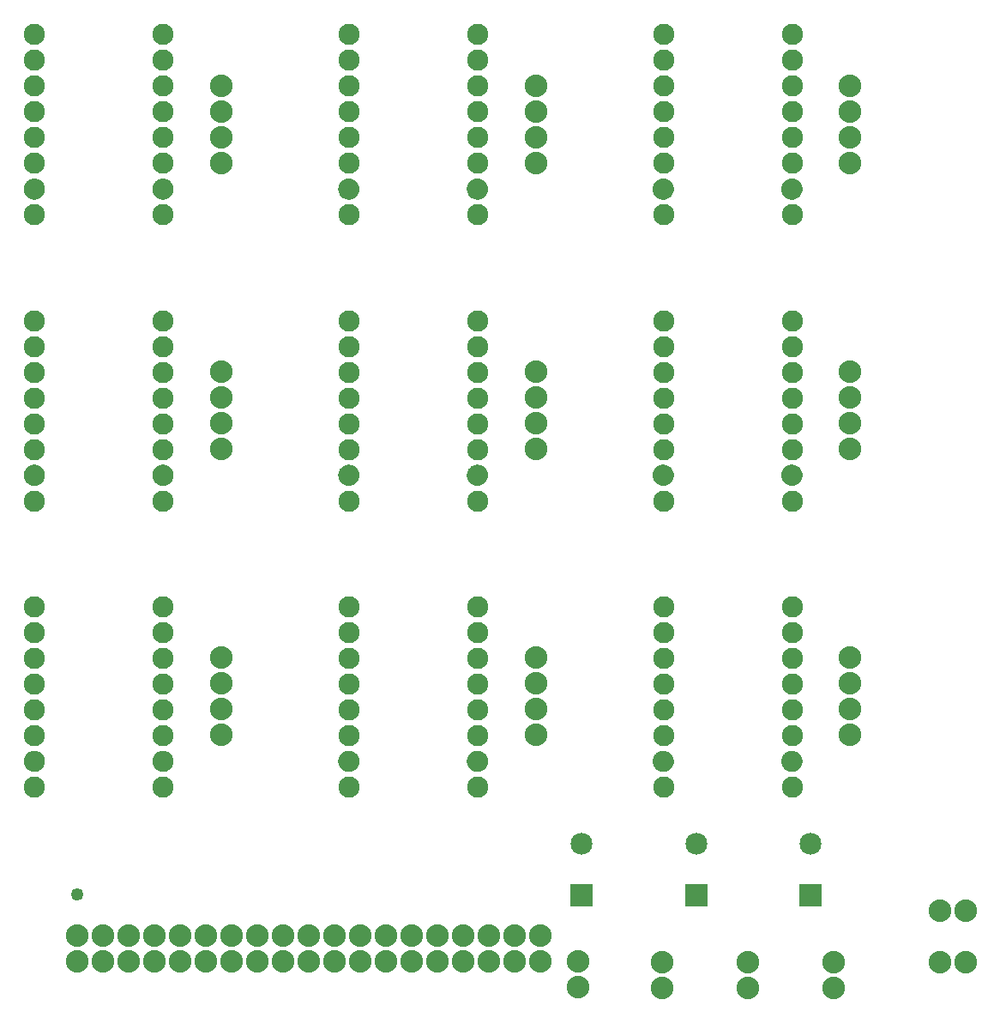
<source format=gbs>
G04 MADE WITH FRITZING*
G04 WWW.FRITZING.ORG*
G04 DOUBLE SIDED*
G04 HOLES PLATED*
G04 CONTOUR ON CENTER OF CONTOUR VECTOR*
%ASAXBY*%
%FSLAX23Y23*%
%MOIN*%
%OFA0B0*%
%SFA1.0B1.0*%
%ADD10C,0.082472*%
%ADD11C,0.082445*%
%ADD12C,0.082417*%
%ADD13C,0.088000*%
%ADD14C,0.085000*%
%ADD15C,0.049370*%
%ADD16R,0.085000X0.085000*%
%ADD17R,0.001000X0.001000*%
%LNMASK0*%
G90*
G70*
G54D10*
X1828Y2036D03*
X1328Y2736D03*
X1328Y2636D03*
X1328Y2536D03*
X1328Y2436D03*
X1328Y2336D03*
G54D11*
X1328Y2236D03*
G54D10*
X1328Y2036D03*
G54D11*
X1828Y2736D03*
G54D12*
X1828Y2636D03*
G54D11*
X1828Y2536D03*
G54D10*
X1828Y2436D03*
G54D11*
X1828Y2336D03*
G54D12*
X1828Y2236D03*
G54D10*
X3051Y2036D03*
X2551Y2736D03*
X2551Y2636D03*
X2551Y2536D03*
X2551Y2436D03*
X2551Y2336D03*
G54D11*
X2551Y2236D03*
G54D10*
X2551Y2036D03*
G54D11*
X3051Y2736D03*
G54D12*
X3051Y2636D03*
G54D11*
X3051Y2536D03*
G54D10*
X3051Y2436D03*
G54D11*
X3051Y2336D03*
G54D12*
X3051Y2236D03*
G54D10*
X3051Y925D03*
X2551Y1625D03*
X2551Y1525D03*
X2551Y1425D03*
X2551Y1325D03*
X2551Y1225D03*
G54D11*
X2551Y1125D03*
G54D10*
X2551Y925D03*
G54D11*
X3051Y1625D03*
G54D12*
X3051Y1525D03*
G54D11*
X3051Y1425D03*
G54D10*
X3051Y1325D03*
G54D11*
X3051Y1225D03*
G54D12*
X3051Y1125D03*
G54D10*
X606Y925D03*
X106Y1625D03*
X106Y1525D03*
X106Y1425D03*
X106Y1325D03*
X106Y1225D03*
G54D11*
X106Y1125D03*
G54D10*
X106Y925D03*
G54D11*
X606Y1625D03*
G54D12*
X606Y1525D03*
G54D11*
X606Y1425D03*
G54D10*
X606Y1325D03*
G54D11*
X606Y1225D03*
G54D12*
X606Y1125D03*
G54D10*
X1828Y925D03*
X1328Y1625D03*
X1328Y1525D03*
X1328Y1425D03*
X1328Y1325D03*
X1328Y1225D03*
G54D11*
X1328Y1125D03*
G54D10*
X1328Y925D03*
G54D11*
X1828Y1625D03*
G54D12*
X1828Y1525D03*
G54D11*
X1828Y1425D03*
G54D10*
X1828Y1325D03*
G54D11*
X1828Y1225D03*
G54D12*
X1828Y1125D03*
G54D10*
X606Y3147D03*
X106Y3847D03*
X106Y3747D03*
X106Y3647D03*
X106Y3547D03*
X106Y3447D03*
G54D11*
X106Y3347D03*
G54D10*
X106Y3147D03*
G54D11*
X606Y3847D03*
G54D12*
X606Y3747D03*
G54D11*
X606Y3647D03*
G54D10*
X606Y3547D03*
G54D11*
X606Y3447D03*
G54D12*
X606Y3347D03*
G54D10*
X606Y2036D03*
X106Y2736D03*
X106Y2636D03*
X106Y2536D03*
X106Y2436D03*
X106Y2336D03*
G54D11*
X106Y2236D03*
G54D10*
X106Y2036D03*
G54D11*
X606Y2736D03*
G54D12*
X606Y2636D03*
G54D11*
X606Y2536D03*
G54D10*
X606Y2436D03*
G54D11*
X606Y2336D03*
G54D12*
X606Y2236D03*
G54D10*
X1828Y3147D03*
X1328Y3847D03*
X1328Y3747D03*
X1328Y3647D03*
X1328Y3547D03*
X1328Y3447D03*
G54D11*
X1328Y3347D03*
G54D10*
X1328Y3147D03*
G54D11*
X1828Y3847D03*
G54D12*
X1828Y3747D03*
G54D11*
X1828Y3647D03*
G54D10*
X1828Y3547D03*
G54D11*
X1828Y3447D03*
G54D12*
X1828Y3347D03*
G54D10*
X3051Y3147D03*
X2551Y3847D03*
X2551Y3747D03*
X2551Y3647D03*
X2551Y3547D03*
X2551Y3447D03*
G54D11*
X2551Y3347D03*
G54D10*
X2551Y3147D03*
G54D11*
X3051Y3847D03*
G54D12*
X3051Y3747D03*
G54D11*
X3051Y3647D03*
G54D10*
X3051Y3547D03*
G54D11*
X3051Y3447D03*
G54D12*
X3051Y3347D03*
G54D13*
X2072Y350D03*
X1972Y350D03*
X1872Y350D03*
X1772Y350D03*
X1672Y350D03*
X1572Y350D03*
X1472Y350D03*
X1372Y350D03*
X1272Y350D03*
X1172Y350D03*
X1072Y350D03*
X972Y350D03*
X872Y350D03*
X772Y350D03*
X672Y350D03*
X572Y350D03*
X472Y350D03*
X372Y350D03*
X272Y350D03*
X2072Y350D03*
X1972Y350D03*
X1872Y350D03*
X1772Y350D03*
X1672Y350D03*
X1572Y350D03*
X1472Y350D03*
X1372Y350D03*
X1272Y350D03*
X1172Y350D03*
X1072Y350D03*
X972Y350D03*
X872Y350D03*
X772Y350D03*
X672Y350D03*
X572Y350D03*
X472Y350D03*
X372Y350D03*
X272Y350D03*
X272Y250D03*
X372Y250D03*
X472Y250D03*
X572Y250D03*
X672Y250D03*
X772Y250D03*
X872Y250D03*
X972Y250D03*
X1072Y250D03*
X1172Y250D03*
X1272Y250D03*
X1372Y250D03*
X1472Y250D03*
X1572Y250D03*
X1672Y250D03*
X1772Y250D03*
X1872Y250D03*
X1972Y250D03*
X2072Y250D03*
X3276Y3649D03*
X3276Y3549D03*
X3276Y3449D03*
X3276Y3349D03*
X831Y3649D03*
X831Y3549D03*
X831Y3449D03*
X831Y3349D03*
X831Y2538D03*
X831Y2438D03*
X831Y2338D03*
X831Y2238D03*
X2054Y3649D03*
X2054Y3549D03*
X2054Y3449D03*
X2054Y3349D03*
X2054Y2538D03*
X2054Y2438D03*
X2054Y2338D03*
X2054Y2238D03*
X2054Y1427D03*
X2054Y1327D03*
X2054Y1227D03*
X2054Y1127D03*
X3276Y1427D03*
X3276Y1327D03*
X3276Y1227D03*
X3276Y1127D03*
X831Y1427D03*
X831Y1327D03*
X831Y1227D03*
X831Y1127D03*
X3276Y2538D03*
X3276Y2438D03*
X3276Y2338D03*
X3276Y2238D03*
X3211Y144D03*
X3211Y244D03*
X2878Y144D03*
X2878Y244D03*
X2217Y150D03*
X2217Y250D03*
X3724Y244D03*
X3624Y244D03*
X3724Y444D03*
X3624Y444D03*
X2544Y144D03*
X2544Y244D03*
G54D14*
X3122Y506D03*
X3122Y706D03*
X2233Y506D03*
X2233Y706D03*
X2678Y506D03*
X2678Y706D03*
G54D15*
X272Y508D03*
G54D16*
X3122Y506D03*
X2233Y506D03*
X2678Y506D03*
G54D17*
X99Y3288D02*
X112Y3288D01*
X599Y3288D02*
X612Y3288D01*
X1321Y3288D02*
X1334Y3288D01*
X1822Y3288D02*
X1834Y3288D01*
X2544Y3288D02*
X2556Y3288D01*
X3044Y3288D02*
X3056Y3288D01*
X95Y3287D02*
X116Y3287D01*
X595Y3287D02*
X616Y3287D01*
X1317Y3287D02*
X1338Y3287D01*
X1817Y3287D02*
X1838Y3287D01*
X2539Y3287D02*
X2560Y3287D01*
X3039Y3287D02*
X3060Y3287D01*
X92Y3286D02*
X119Y3286D01*
X592Y3286D02*
X619Y3286D01*
X1314Y3286D02*
X1342Y3286D01*
X1814Y3286D02*
X1841Y3286D01*
X2536Y3286D02*
X2564Y3286D01*
X3036Y3286D02*
X3063Y3286D01*
X89Y3285D02*
X122Y3285D01*
X589Y3285D02*
X622Y3285D01*
X1311Y3285D02*
X1344Y3285D01*
X1811Y3285D02*
X1844Y3285D01*
X2533Y3285D02*
X2566Y3285D01*
X3033Y3285D02*
X3066Y3285D01*
X87Y3284D02*
X124Y3284D01*
X587Y3284D02*
X624Y3284D01*
X1309Y3284D02*
X1346Y3284D01*
X1809Y3284D02*
X1846Y3284D01*
X2531Y3284D02*
X2568Y3284D01*
X3031Y3284D02*
X3068Y3284D01*
X85Y3283D02*
X126Y3283D01*
X585Y3283D02*
X626Y3283D01*
X1307Y3283D02*
X1348Y3283D01*
X1807Y3283D02*
X1848Y3283D01*
X2530Y3283D02*
X2570Y3283D01*
X3029Y3283D02*
X3070Y3283D01*
X84Y3282D02*
X127Y3282D01*
X584Y3282D02*
X627Y3282D01*
X1306Y3282D02*
X1349Y3282D01*
X1806Y3282D02*
X1849Y3282D01*
X2528Y3282D02*
X2571Y3282D01*
X3028Y3282D02*
X3071Y3282D01*
X82Y3281D02*
X129Y3281D01*
X582Y3281D02*
X629Y3281D01*
X1304Y3281D02*
X1351Y3281D01*
X1804Y3281D02*
X1851Y3281D01*
X2526Y3281D02*
X2573Y3281D01*
X3026Y3281D02*
X3073Y3281D01*
X81Y3280D02*
X130Y3280D01*
X581Y3280D02*
X630Y3280D01*
X1303Y3280D02*
X1352Y3280D01*
X1803Y3280D02*
X1852Y3280D01*
X2525Y3280D02*
X2574Y3280D01*
X3025Y3280D02*
X3074Y3280D01*
X80Y3279D02*
X132Y3279D01*
X580Y3279D02*
X631Y3279D01*
X1302Y3279D02*
X1354Y3279D01*
X1802Y3279D02*
X1854Y3279D01*
X2524Y3279D02*
X2576Y3279D01*
X3024Y3279D02*
X3076Y3279D01*
X79Y3278D02*
X133Y3278D01*
X578Y3278D02*
X633Y3278D01*
X1301Y3278D02*
X1355Y3278D01*
X1801Y3278D02*
X1855Y3278D01*
X2523Y3278D02*
X2577Y3278D01*
X3023Y3278D02*
X3077Y3278D01*
X77Y3277D02*
X134Y3277D01*
X577Y3277D02*
X634Y3277D01*
X1299Y3277D02*
X1356Y3277D01*
X1799Y3277D02*
X1856Y3277D01*
X2521Y3277D02*
X2578Y3277D01*
X3021Y3277D02*
X3078Y3277D01*
X76Y3276D02*
X135Y3276D01*
X576Y3276D02*
X635Y3276D01*
X1298Y3276D02*
X1357Y3276D01*
X1798Y3276D02*
X1857Y3276D01*
X2521Y3276D02*
X2579Y3276D01*
X3020Y3276D02*
X3079Y3276D01*
X76Y3275D02*
X136Y3275D01*
X575Y3275D02*
X636Y3275D01*
X1298Y3275D02*
X1358Y3275D01*
X1798Y3275D02*
X1858Y3275D01*
X2520Y3275D02*
X2580Y3275D01*
X3020Y3275D02*
X3080Y3275D01*
X75Y3274D02*
X137Y3274D01*
X575Y3274D02*
X636Y3274D01*
X1297Y3274D02*
X1359Y3274D01*
X1797Y3274D02*
X1859Y3274D01*
X2519Y3274D02*
X2581Y3274D01*
X3019Y3274D02*
X3081Y3274D01*
X74Y3273D02*
X137Y3273D01*
X574Y3273D02*
X637Y3273D01*
X1296Y3273D02*
X1359Y3273D01*
X1796Y3273D02*
X1859Y3273D01*
X2518Y3273D02*
X2581Y3273D01*
X3018Y3273D02*
X3081Y3273D01*
X73Y3272D02*
X138Y3272D01*
X573Y3272D02*
X638Y3272D01*
X1295Y3272D02*
X1360Y3272D01*
X1795Y3272D02*
X1860Y3272D01*
X2517Y3272D02*
X2582Y3272D01*
X3017Y3272D02*
X3082Y3272D01*
X72Y3271D02*
X139Y3271D01*
X572Y3271D02*
X639Y3271D01*
X1294Y3271D02*
X1361Y3271D01*
X1794Y3271D02*
X1861Y3271D01*
X2516Y3271D02*
X2583Y3271D01*
X3016Y3271D02*
X3083Y3271D01*
X72Y3270D02*
X140Y3270D01*
X572Y3270D02*
X639Y3270D01*
X1294Y3270D02*
X1362Y3270D01*
X1794Y3270D02*
X1861Y3270D01*
X2516Y3270D02*
X2584Y3270D01*
X3016Y3270D02*
X3084Y3270D01*
X71Y3269D02*
X140Y3269D01*
X571Y3269D02*
X640Y3269D01*
X1293Y3269D02*
X1362Y3269D01*
X1793Y3269D02*
X1862Y3269D01*
X2515Y3269D02*
X2584Y3269D01*
X3015Y3269D02*
X3084Y3269D01*
X70Y3268D02*
X141Y3268D01*
X570Y3268D02*
X641Y3268D01*
X1293Y3268D02*
X1363Y3268D01*
X1792Y3268D02*
X1863Y3268D01*
X2515Y3268D02*
X2585Y3268D01*
X3014Y3268D02*
X3085Y3268D01*
X70Y3267D02*
X141Y3267D01*
X570Y3267D02*
X641Y3267D01*
X1292Y3267D02*
X1363Y3267D01*
X1792Y3267D02*
X1863Y3267D01*
X2514Y3267D02*
X2585Y3267D01*
X3014Y3267D02*
X3085Y3267D01*
X69Y3266D02*
X142Y3266D01*
X569Y3266D02*
X642Y3266D01*
X1291Y3266D02*
X1364Y3266D01*
X1791Y3266D02*
X1864Y3266D01*
X2513Y3266D02*
X2586Y3266D01*
X3013Y3266D02*
X3086Y3266D01*
X69Y3265D02*
X142Y3265D01*
X569Y3265D02*
X642Y3265D01*
X1291Y3265D02*
X1364Y3265D01*
X1791Y3265D02*
X1864Y3265D01*
X2513Y3265D02*
X2586Y3265D01*
X3013Y3265D02*
X3086Y3265D01*
X68Y3264D02*
X143Y3264D01*
X568Y3264D02*
X643Y3264D01*
X1290Y3264D02*
X1365Y3264D01*
X1790Y3264D02*
X1865Y3264D01*
X2512Y3264D02*
X2587Y3264D01*
X3012Y3264D02*
X3087Y3264D01*
X68Y3263D02*
X143Y3263D01*
X568Y3263D02*
X643Y3263D01*
X1290Y3263D02*
X1365Y3263D01*
X1790Y3263D02*
X1865Y3263D01*
X2512Y3263D02*
X2587Y3263D01*
X3012Y3263D02*
X3087Y3263D01*
X68Y3262D02*
X144Y3262D01*
X568Y3262D02*
X644Y3262D01*
X1290Y3262D02*
X1366Y3262D01*
X1790Y3262D02*
X1866Y3262D01*
X2512Y3262D02*
X2588Y3262D01*
X3012Y3262D02*
X3088Y3262D01*
X67Y3261D02*
X144Y3261D01*
X567Y3261D02*
X644Y3261D01*
X1289Y3261D02*
X1366Y3261D01*
X1789Y3261D02*
X1866Y3261D01*
X2511Y3261D02*
X2588Y3261D01*
X3011Y3261D02*
X3088Y3261D01*
X67Y3260D02*
X144Y3260D01*
X567Y3260D02*
X644Y3260D01*
X1289Y3260D02*
X1366Y3260D01*
X1789Y3260D02*
X1866Y3260D01*
X2511Y3260D02*
X2588Y3260D01*
X3011Y3260D02*
X3088Y3260D01*
X67Y3259D02*
X145Y3259D01*
X567Y3259D02*
X645Y3259D01*
X1289Y3259D02*
X1367Y3259D01*
X1789Y3259D02*
X1867Y3259D01*
X2511Y3259D02*
X2589Y3259D01*
X3011Y3259D02*
X3089Y3259D01*
X66Y3258D02*
X145Y3258D01*
X566Y3258D02*
X645Y3258D01*
X1288Y3258D02*
X1367Y3258D01*
X1788Y3258D02*
X1867Y3258D01*
X2510Y3258D02*
X2589Y3258D01*
X3010Y3258D02*
X3089Y3258D01*
X66Y3257D02*
X145Y3257D01*
X566Y3257D02*
X645Y3257D01*
X1288Y3257D02*
X1367Y3257D01*
X1788Y3257D02*
X1867Y3257D01*
X2510Y3257D02*
X2589Y3257D01*
X3010Y3257D02*
X3089Y3257D01*
X66Y3256D02*
X145Y3256D01*
X566Y3256D02*
X645Y3256D01*
X1288Y3256D02*
X1367Y3256D01*
X1788Y3256D02*
X1867Y3256D01*
X2510Y3256D02*
X2589Y3256D01*
X3010Y3256D02*
X3089Y3256D01*
X66Y3255D02*
X146Y3255D01*
X566Y3255D02*
X645Y3255D01*
X1288Y3255D02*
X1368Y3255D01*
X1788Y3255D02*
X1868Y3255D01*
X2510Y3255D02*
X2590Y3255D01*
X3010Y3255D02*
X3090Y3255D01*
X66Y3254D02*
X146Y3254D01*
X565Y3254D02*
X646Y3254D01*
X1288Y3254D02*
X1368Y3254D01*
X1787Y3254D02*
X1868Y3254D01*
X2510Y3254D02*
X2590Y3254D01*
X3010Y3254D02*
X3090Y3254D01*
X65Y3253D02*
X146Y3253D01*
X565Y3253D02*
X646Y3253D01*
X1287Y3253D02*
X1368Y3253D01*
X1787Y3253D02*
X1868Y3253D01*
X2509Y3253D02*
X2590Y3253D01*
X3009Y3253D02*
X3090Y3253D01*
X65Y3252D02*
X146Y3252D01*
X565Y3252D02*
X646Y3252D01*
X1287Y3252D02*
X1368Y3252D01*
X1787Y3252D02*
X1868Y3252D01*
X2509Y3252D02*
X2590Y3252D01*
X3009Y3252D02*
X3090Y3252D01*
X65Y3251D02*
X146Y3251D01*
X565Y3251D02*
X646Y3251D01*
X1287Y3251D02*
X1368Y3251D01*
X1787Y3251D02*
X1868Y3251D01*
X2509Y3251D02*
X2590Y3251D01*
X3009Y3251D02*
X3090Y3251D01*
X65Y3250D02*
X146Y3250D01*
X565Y3250D02*
X646Y3250D01*
X1287Y3250D02*
X1368Y3250D01*
X1787Y3250D02*
X1868Y3250D01*
X2509Y3250D02*
X2590Y3250D01*
X3009Y3250D02*
X3090Y3250D01*
X65Y3249D02*
X146Y3249D01*
X565Y3249D02*
X646Y3249D01*
X1287Y3249D02*
X1368Y3249D01*
X1787Y3249D02*
X1868Y3249D01*
X2509Y3249D02*
X2590Y3249D01*
X3009Y3249D02*
X3090Y3249D01*
X65Y3248D02*
X146Y3248D01*
X565Y3248D02*
X646Y3248D01*
X1287Y3248D02*
X1368Y3248D01*
X1787Y3248D02*
X1868Y3248D01*
X2509Y3248D02*
X2590Y3248D01*
X3009Y3248D02*
X3090Y3248D01*
X65Y3247D02*
X146Y3247D01*
X565Y3247D02*
X646Y3247D01*
X1287Y3247D02*
X1368Y3247D01*
X1787Y3247D02*
X1868Y3247D01*
X2509Y3247D02*
X2590Y3247D01*
X3009Y3247D02*
X3090Y3247D01*
X65Y3246D02*
X146Y3246D01*
X565Y3246D02*
X646Y3246D01*
X1287Y3246D02*
X1368Y3246D01*
X1787Y3246D02*
X1868Y3246D01*
X2509Y3246D02*
X2590Y3246D01*
X3009Y3246D02*
X3090Y3246D01*
X65Y3245D02*
X146Y3245D01*
X565Y3245D02*
X646Y3245D01*
X1287Y3245D02*
X1368Y3245D01*
X1787Y3245D02*
X1868Y3245D01*
X2509Y3245D02*
X2590Y3245D01*
X3009Y3245D02*
X3090Y3245D01*
X65Y3244D02*
X146Y3244D01*
X565Y3244D02*
X646Y3244D01*
X1287Y3244D02*
X1368Y3244D01*
X1787Y3244D02*
X1868Y3244D01*
X2509Y3244D02*
X2590Y3244D01*
X3009Y3244D02*
X3090Y3244D01*
X65Y3243D02*
X146Y3243D01*
X565Y3243D02*
X646Y3243D01*
X1287Y3243D02*
X1368Y3243D01*
X1787Y3243D02*
X1868Y3243D01*
X2509Y3243D02*
X2590Y3243D01*
X3009Y3243D02*
X3090Y3243D01*
X65Y3242D02*
X146Y3242D01*
X565Y3242D02*
X646Y3242D01*
X1287Y3242D02*
X1368Y3242D01*
X1787Y3242D02*
X1868Y3242D01*
X2509Y3242D02*
X2590Y3242D01*
X3009Y3242D02*
X3090Y3242D01*
X65Y3241D02*
X146Y3241D01*
X565Y3241D02*
X646Y3241D01*
X1288Y3241D02*
X1368Y3241D01*
X1787Y3241D02*
X1868Y3241D01*
X2510Y3241D02*
X2590Y3241D01*
X3010Y3241D02*
X3090Y3241D01*
X66Y3240D02*
X146Y3240D01*
X566Y3240D02*
X646Y3240D01*
X1288Y3240D02*
X1368Y3240D01*
X1788Y3240D02*
X1868Y3240D01*
X2510Y3240D02*
X2590Y3240D01*
X3010Y3240D02*
X3090Y3240D01*
X66Y3239D02*
X145Y3239D01*
X566Y3239D02*
X645Y3239D01*
X1288Y3239D02*
X1367Y3239D01*
X1788Y3239D02*
X1867Y3239D01*
X2510Y3239D02*
X2589Y3239D01*
X3010Y3239D02*
X3089Y3239D01*
X66Y3238D02*
X145Y3238D01*
X566Y3238D02*
X645Y3238D01*
X1288Y3238D02*
X1367Y3238D01*
X1788Y3238D02*
X1867Y3238D01*
X2510Y3238D02*
X2589Y3238D01*
X3010Y3238D02*
X3089Y3238D01*
X66Y3237D02*
X145Y3237D01*
X566Y3237D02*
X645Y3237D01*
X1288Y3237D02*
X1367Y3237D01*
X1788Y3237D02*
X1867Y3237D01*
X2510Y3237D02*
X2589Y3237D01*
X3010Y3237D02*
X3089Y3237D01*
X67Y3236D02*
X145Y3236D01*
X567Y3236D02*
X645Y3236D01*
X1289Y3236D02*
X1367Y3236D01*
X1789Y3236D02*
X1867Y3236D01*
X2511Y3236D02*
X2589Y3236D01*
X3011Y3236D02*
X3089Y3236D01*
X67Y3235D02*
X144Y3235D01*
X567Y3235D02*
X644Y3235D01*
X1289Y3235D02*
X1366Y3235D01*
X1789Y3235D02*
X1866Y3235D01*
X2511Y3235D02*
X2588Y3235D01*
X3011Y3235D02*
X3088Y3235D01*
X67Y3234D02*
X144Y3234D01*
X567Y3234D02*
X644Y3234D01*
X1289Y3234D02*
X1366Y3234D01*
X1789Y3234D02*
X1866Y3234D01*
X2511Y3234D02*
X2588Y3234D01*
X3011Y3234D02*
X3088Y3234D01*
X68Y3233D02*
X144Y3233D01*
X567Y3233D02*
X644Y3233D01*
X1290Y3233D02*
X1366Y3233D01*
X1790Y3233D02*
X1866Y3233D01*
X2512Y3233D02*
X2588Y3233D01*
X3012Y3233D02*
X3088Y3233D01*
X68Y3232D02*
X143Y3232D01*
X568Y3232D02*
X643Y3232D01*
X1290Y3232D02*
X1365Y3232D01*
X1790Y3232D02*
X1865Y3232D01*
X2512Y3232D02*
X2587Y3232D01*
X3012Y3232D02*
X3087Y3232D01*
X68Y3231D02*
X143Y3231D01*
X568Y3231D02*
X643Y3231D01*
X1290Y3231D02*
X1365Y3231D01*
X1790Y3231D02*
X1865Y3231D01*
X2512Y3231D02*
X2587Y3231D01*
X3012Y3231D02*
X3087Y3231D01*
X69Y3230D02*
X142Y3230D01*
X569Y3230D02*
X642Y3230D01*
X1291Y3230D02*
X1364Y3230D01*
X1791Y3230D02*
X1864Y3230D01*
X2513Y3230D02*
X2586Y3230D01*
X3013Y3230D02*
X3086Y3230D01*
X69Y3229D02*
X142Y3229D01*
X569Y3229D02*
X642Y3229D01*
X1291Y3229D02*
X1364Y3229D01*
X1791Y3229D02*
X1864Y3229D01*
X2513Y3229D02*
X2586Y3229D01*
X3013Y3229D02*
X3086Y3229D01*
X70Y3228D02*
X141Y3228D01*
X570Y3228D02*
X641Y3228D01*
X1292Y3228D02*
X1363Y3228D01*
X1792Y3228D02*
X1863Y3228D01*
X2514Y3228D02*
X2586Y3228D01*
X3014Y3228D02*
X3085Y3228D01*
X70Y3227D02*
X141Y3227D01*
X570Y3227D02*
X641Y3227D01*
X1292Y3227D02*
X1363Y3227D01*
X1792Y3227D02*
X1863Y3227D01*
X2514Y3227D02*
X2585Y3227D01*
X3014Y3227D02*
X3085Y3227D01*
X71Y3226D02*
X140Y3226D01*
X571Y3226D02*
X640Y3226D01*
X1293Y3226D02*
X1362Y3226D01*
X1793Y3226D02*
X1862Y3226D01*
X2515Y3226D02*
X2584Y3226D01*
X3015Y3226D02*
X3084Y3226D01*
X72Y3225D02*
X140Y3225D01*
X572Y3225D02*
X640Y3225D01*
X1294Y3225D02*
X1362Y3225D01*
X1794Y3225D02*
X1862Y3225D01*
X2516Y3225D02*
X2584Y3225D01*
X3016Y3225D02*
X3084Y3225D01*
X72Y3224D02*
X139Y3224D01*
X572Y3224D02*
X639Y3224D01*
X1294Y3224D02*
X1361Y3224D01*
X1794Y3224D02*
X1861Y3224D01*
X2516Y3224D02*
X2583Y3224D01*
X3016Y3224D02*
X3083Y3224D01*
X73Y3223D02*
X138Y3223D01*
X573Y3223D02*
X638Y3223D01*
X1295Y3223D02*
X1360Y3223D01*
X1795Y3223D02*
X1860Y3223D01*
X2517Y3223D02*
X2582Y3223D01*
X3017Y3223D02*
X3082Y3223D01*
X74Y3222D02*
X137Y3222D01*
X574Y3222D02*
X637Y3222D01*
X1296Y3222D02*
X1360Y3222D01*
X1796Y3222D02*
X1859Y3222D01*
X2518Y3222D02*
X2582Y3222D01*
X3018Y3222D02*
X3081Y3222D01*
X75Y3221D02*
X137Y3221D01*
X574Y3221D02*
X637Y3221D01*
X1297Y3221D02*
X1359Y3221D01*
X1797Y3221D02*
X1859Y3221D01*
X2519Y3221D02*
X2581Y3221D01*
X3019Y3221D02*
X3081Y3221D01*
X75Y3220D02*
X136Y3220D01*
X575Y3220D02*
X636Y3220D01*
X1297Y3220D02*
X1358Y3220D01*
X1797Y3220D02*
X1858Y3220D01*
X2519Y3220D02*
X2580Y3220D01*
X3019Y3220D02*
X3080Y3220D01*
X76Y3219D02*
X135Y3219D01*
X576Y3219D02*
X635Y3219D01*
X1298Y3219D02*
X1357Y3219D01*
X1798Y3219D02*
X1857Y3219D01*
X2520Y3219D02*
X2579Y3219D01*
X3020Y3219D02*
X3079Y3219D01*
X77Y3218D02*
X134Y3218D01*
X577Y3218D02*
X634Y3218D01*
X1299Y3218D02*
X1356Y3218D01*
X1799Y3218D02*
X1856Y3218D01*
X2521Y3218D02*
X2578Y3218D01*
X3021Y3218D02*
X3078Y3218D01*
X78Y3217D02*
X133Y3217D01*
X578Y3217D02*
X633Y3217D01*
X1300Y3217D02*
X1355Y3217D01*
X1800Y3217D02*
X1855Y3217D01*
X2522Y3217D02*
X2577Y3217D01*
X3022Y3217D02*
X3077Y3217D01*
X80Y3216D02*
X132Y3216D01*
X579Y3216D02*
X632Y3216D01*
X1302Y3216D02*
X1354Y3216D01*
X1802Y3216D02*
X1854Y3216D01*
X2524Y3216D02*
X2576Y3216D01*
X3024Y3216D02*
X3076Y3216D01*
X81Y3215D02*
X130Y3215D01*
X581Y3215D02*
X630Y3215D01*
X1303Y3215D02*
X1352Y3215D01*
X1803Y3215D02*
X1852Y3215D01*
X2525Y3215D02*
X2575Y3215D01*
X3025Y3215D02*
X3074Y3215D01*
X82Y3214D02*
X129Y3214D01*
X582Y3214D02*
X629Y3214D01*
X1304Y3214D02*
X1351Y3214D01*
X1804Y3214D02*
X1851Y3214D01*
X2526Y3214D02*
X2573Y3214D01*
X3026Y3214D02*
X3073Y3214D01*
X84Y3213D02*
X128Y3213D01*
X584Y3213D02*
X628Y3213D01*
X1306Y3213D02*
X1350Y3213D01*
X1806Y3213D02*
X1850Y3213D01*
X2528Y3213D02*
X2572Y3213D01*
X3028Y3213D02*
X3072Y3213D01*
X85Y3212D02*
X126Y3212D01*
X585Y3212D02*
X626Y3212D01*
X1307Y3212D02*
X1348Y3212D01*
X1807Y3212D02*
X1848Y3212D01*
X2529Y3212D02*
X2570Y3212D01*
X3029Y3212D02*
X3070Y3212D01*
X87Y3211D02*
X124Y3211D01*
X587Y3211D02*
X624Y3211D01*
X1309Y3211D02*
X1346Y3211D01*
X1809Y3211D02*
X1846Y3211D01*
X2531Y3211D02*
X2568Y3211D01*
X3031Y3211D02*
X3068Y3211D01*
X89Y3210D02*
X122Y3210D01*
X589Y3210D02*
X622Y3210D01*
X1311Y3210D02*
X1344Y3210D01*
X1811Y3210D02*
X1844Y3210D01*
X2533Y3210D02*
X2566Y3210D01*
X3033Y3210D02*
X3066Y3210D01*
X91Y3209D02*
X120Y3209D01*
X591Y3209D02*
X620Y3209D01*
X1313Y3209D02*
X1342Y3209D01*
X1813Y3209D02*
X1842Y3209D01*
X2535Y3209D02*
X2564Y3209D01*
X3035Y3209D02*
X3064Y3209D01*
X94Y3208D02*
X117Y3208D01*
X594Y3208D02*
X617Y3208D01*
X1316Y3208D02*
X1339Y3208D01*
X1816Y3208D02*
X1839Y3208D01*
X2538Y3208D02*
X2561Y3208D01*
X3038Y3208D02*
X3061Y3208D01*
X98Y3207D02*
X113Y3207D01*
X598Y3207D02*
X613Y3207D01*
X1321Y3207D02*
X1335Y3207D01*
X1821Y3207D02*
X1835Y3207D01*
X2543Y3207D02*
X2557Y3207D01*
X3043Y3207D02*
X3057Y3207D01*
X100Y2177D02*
X111Y2177D01*
X600Y2177D02*
X611Y2177D01*
X1322Y2177D02*
X1333Y2177D01*
X1822Y2177D02*
X1833Y2177D01*
X2544Y2177D02*
X2555Y2177D01*
X3044Y2177D02*
X3055Y2177D01*
X95Y2176D02*
X116Y2176D01*
X595Y2176D02*
X616Y2176D01*
X1317Y2176D02*
X1338Y2176D01*
X1817Y2176D02*
X1838Y2176D01*
X2539Y2176D02*
X2560Y2176D01*
X3039Y2176D02*
X3060Y2176D01*
X92Y2175D02*
X119Y2175D01*
X592Y2175D02*
X619Y2175D01*
X1314Y2175D02*
X1341Y2175D01*
X1814Y2175D02*
X1841Y2175D01*
X2536Y2175D02*
X2563Y2175D01*
X3036Y2175D02*
X3063Y2175D01*
X89Y2174D02*
X122Y2174D01*
X589Y2174D02*
X622Y2174D01*
X1311Y2174D02*
X1344Y2174D01*
X1811Y2174D02*
X1844Y2174D01*
X2534Y2174D02*
X2566Y2174D01*
X3033Y2174D02*
X3066Y2174D01*
X87Y2173D02*
X124Y2173D01*
X587Y2173D02*
X624Y2173D01*
X1309Y2173D02*
X1346Y2173D01*
X1809Y2173D02*
X1846Y2173D01*
X2531Y2173D02*
X2568Y2173D01*
X3031Y2173D02*
X3068Y2173D01*
X86Y2172D02*
X126Y2172D01*
X586Y2172D02*
X625Y2172D01*
X1308Y2172D02*
X1348Y2172D01*
X1808Y2172D02*
X1848Y2172D01*
X2530Y2172D02*
X2570Y2172D01*
X3030Y2172D02*
X3070Y2172D01*
X84Y2171D02*
X127Y2171D01*
X584Y2171D02*
X627Y2171D01*
X1306Y2171D02*
X1349Y2171D01*
X1806Y2171D02*
X1849Y2171D01*
X2528Y2171D02*
X2571Y2171D01*
X3028Y2171D02*
X3071Y2171D01*
X82Y2170D02*
X129Y2170D01*
X582Y2170D02*
X629Y2170D01*
X1305Y2170D02*
X1351Y2170D01*
X1804Y2170D02*
X1851Y2170D01*
X2527Y2170D02*
X2573Y2170D01*
X3027Y2170D02*
X3073Y2170D01*
X81Y2169D02*
X130Y2169D01*
X581Y2169D02*
X630Y2169D01*
X1303Y2169D02*
X1352Y2169D01*
X1803Y2169D02*
X1852Y2169D01*
X2525Y2169D02*
X2574Y2169D01*
X3025Y2169D02*
X3074Y2169D01*
X80Y2168D02*
X131Y2168D01*
X580Y2168D02*
X631Y2168D01*
X1302Y2168D02*
X1353Y2168D01*
X1802Y2168D02*
X1853Y2168D01*
X2524Y2168D02*
X2575Y2168D01*
X3024Y2168D02*
X3075Y2168D01*
X79Y2167D02*
X133Y2167D01*
X579Y2167D02*
X632Y2167D01*
X1301Y2167D02*
X1355Y2167D01*
X1801Y2167D02*
X1854Y2167D01*
X2523Y2167D02*
X2577Y2167D01*
X3023Y2167D02*
X3077Y2167D01*
X78Y2166D02*
X134Y2166D01*
X577Y2166D02*
X634Y2166D01*
X1300Y2166D02*
X1356Y2166D01*
X1800Y2166D02*
X1856Y2166D01*
X2522Y2166D02*
X2578Y2166D01*
X3022Y2166D02*
X3078Y2166D01*
X77Y2165D02*
X135Y2165D01*
X576Y2165D02*
X635Y2165D01*
X1299Y2165D02*
X1357Y2165D01*
X1798Y2165D02*
X1857Y2165D01*
X2521Y2165D02*
X2579Y2165D01*
X3021Y2165D02*
X3079Y2165D01*
X76Y2164D02*
X136Y2164D01*
X576Y2164D02*
X635Y2164D01*
X1298Y2164D02*
X1358Y2164D01*
X1798Y2164D02*
X1858Y2164D01*
X2520Y2164D02*
X2580Y2164D01*
X3020Y2164D02*
X3080Y2164D01*
X75Y2163D02*
X136Y2163D01*
X575Y2163D02*
X636Y2163D01*
X1297Y2163D02*
X1359Y2163D01*
X1797Y2163D02*
X1858Y2163D01*
X2519Y2163D02*
X2581Y2163D01*
X3019Y2163D02*
X3080Y2163D01*
X74Y2162D02*
X137Y2162D01*
X574Y2162D02*
X637Y2162D01*
X1296Y2162D02*
X1359Y2162D01*
X1796Y2162D02*
X1859Y2162D01*
X2518Y2162D02*
X2581Y2162D01*
X3018Y2162D02*
X3081Y2162D01*
X73Y2161D02*
X138Y2161D01*
X573Y2161D02*
X638Y2161D01*
X1295Y2161D02*
X1360Y2161D01*
X1795Y2161D02*
X1860Y2161D01*
X2517Y2161D02*
X2582Y2161D01*
X3017Y2161D02*
X3082Y2161D01*
X72Y2160D02*
X139Y2160D01*
X572Y2160D02*
X639Y2160D01*
X1294Y2160D02*
X1361Y2160D01*
X1794Y2160D02*
X1861Y2160D01*
X2517Y2160D02*
X2583Y2160D01*
X3016Y2160D02*
X3083Y2160D01*
X72Y2159D02*
X139Y2159D01*
X572Y2159D02*
X639Y2159D01*
X1294Y2159D02*
X1361Y2159D01*
X1794Y2159D02*
X1861Y2159D01*
X2516Y2159D02*
X2584Y2159D01*
X3016Y2159D02*
X3083Y2159D01*
X71Y2158D02*
X140Y2158D01*
X571Y2158D02*
X640Y2158D01*
X1293Y2158D02*
X1362Y2158D01*
X1793Y2158D02*
X1862Y2158D01*
X2515Y2158D02*
X2584Y2158D01*
X3015Y2158D02*
X3084Y2158D01*
X71Y2157D02*
X141Y2157D01*
X570Y2157D02*
X641Y2157D01*
X1293Y2157D02*
X1363Y2157D01*
X1793Y2157D02*
X1863Y2157D01*
X2515Y2157D02*
X2585Y2157D01*
X3015Y2157D02*
X3085Y2157D01*
X70Y2156D02*
X141Y2156D01*
X570Y2156D02*
X641Y2156D01*
X1292Y2156D02*
X1363Y2156D01*
X1792Y2156D02*
X1863Y2156D01*
X2514Y2156D02*
X2585Y2156D01*
X3014Y2156D02*
X3085Y2156D01*
X69Y2155D02*
X142Y2155D01*
X569Y2155D02*
X642Y2155D01*
X1291Y2155D02*
X1364Y2155D01*
X1791Y2155D02*
X1864Y2155D01*
X2513Y2155D02*
X2586Y2155D01*
X3013Y2155D02*
X3086Y2155D01*
X69Y2154D02*
X142Y2154D01*
X569Y2154D02*
X642Y2154D01*
X1291Y2154D02*
X1364Y2154D01*
X1791Y2154D02*
X1864Y2154D01*
X2513Y2154D02*
X2586Y2154D01*
X3013Y2154D02*
X3086Y2154D01*
X68Y2153D02*
X143Y2153D01*
X568Y2153D02*
X643Y2153D01*
X1290Y2153D02*
X1365Y2153D01*
X1790Y2153D02*
X1865Y2153D01*
X2513Y2153D02*
X2587Y2153D01*
X3012Y2153D02*
X3087Y2153D01*
X68Y2152D02*
X143Y2152D01*
X568Y2152D02*
X643Y2152D01*
X1290Y2152D02*
X1365Y2152D01*
X1790Y2152D02*
X1865Y2152D01*
X2512Y2152D02*
X2587Y2152D01*
X3012Y2152D02*
X3087Y2152D01*
X68Y2151D02*
X144Y2151D01*
X568Y2151D02*
X644Y2151D01*
X1290Y2151D02*
X1366Y2151D01*
X1790Y2151D02*
X1866Y2151D01*
X2512Y2151D02*
X2588Y2151D01*
X3012Y2151D02*
X3088Y2151D01*
X67Y2150D02*
X144Y2150D01*
X567Y2150D02*
X644Y2150D01*
X1289Y2150D02*
X1366Y2150D01*
X1789Y2150D02*
X1866Y2150D01*
X2511Y2150D02*
X2588Y2150D01*
X3011Y2150D02*
X3088Y2150D01*
X67Y2149D02*
X144Y2149D01*
X567Y2149D02*
X644Y2149D01*
X1289Y2149D02*
X1366Y2149D01*
X1789Y2149D02*
X1866Y2149D01*
X2511Y2149D02*
X2588Y2149D01*
X3011Y2149D02*
X3088Y2149D01*
X67Y2148D02*
X145Y2148D01*
X567Y2148D02*
X645Y2148D01*
X1289Y2148D02*
X1367Y2148D01*
X1789Y2148D02*
X1867Y2148D01*
X2511Y2148D02*
X2589Y2148D01*
X3011Y2148D02*
X3089Y2148D01*
X66Y2147D02*
X145Y2147D01*
X566Y2147D02*
X645Y2147D01*
X1288Y2147D02*
X1367Y2147D01*
X1788Y2147D02*
X1867Y2147D01*
X2510Y2147D02*
X2589Y2147D01*
X3010Y2147D02*
X3089Y2147D01*
X66Y2146D02*
X145Y2146D01*
X566Y2146D02*
X645Y2146D01*
X1288Y2146D02*
X1367Y2146D01*
X1788Y2146D02*
X1867Y2146D01*
X2510Y2146D02*
X2589Y2146D01*
X3010Y2146D02*
X3089Y2146D01*
X66Y2145D02*
X145Y2145D01*
X566Y2145D02*
X645Y2145D01*
X1288Y2145D02*
X1367Y2145D01*
X1788Y2145D02*
X1867Y2145D01*
X2510Y2145D02*
X2589Y2145D01*
X3010Y2145D02*
X3089Y2145D01*
X66Y2144D02*
X146Y2144D01*
X566Y2144D02*
X645Y2144D01*
X1288Y2144D02*
X1368Y2144D01*
X1788Y2144D02*
X1867Y2144D01*
X2510Y2144D02*
X2590Y2144D01*
X3010Y2144D02*
X3090Y2144D01*
X66Y2143D02*
X146Y2143D01*
X565Y2143D02*
X646Y2143D01*
X1288Y2143D02*
X1368Y2143D01*
X1787Y2143D02*
X1868Y2143D01*
X2510Y2143D02*
X2590Y2143D01*
X3010Y2143D02*
X3090Y2143D01*
X65Y2142D02*
X146Y2142D01*
X565Y2142D02*
X646Y2142D01*
X1287Y2142D02*
X1368Y2142D01*
X1787Y2142D02*
X1868Y2142D01*
X2509Y2142D02*
X2590Y2142D01*
X3009Y2142D02*
X3090Y2142D01*
X65Y2141D02*
X146Y2141D01*
X565Y2141D02*
X646Y2141D01*
X1287Y2141D02*
X1368Y2141D01*
X1787Y2141D02*
X1868Y2141D01*
X2509Y2141D02*
X2590Y2141D01*
X3009Y2141D02*
X3090Y2141D01*
X65Y2140D02*
X146Y2140D01*
X565Y2140D02*
X646Y2140D01*
X1287Y2140D02*
X1368Y2140D01*
X1787Y2140D02*
X1868Y2140D01*
X2509Y2140D02*
X2590Y2140D01*
X3009Y2140D02*
X3090Y2140D01*
X65Y2139D02*
X146Y2139D01*
X565Y2139D02*
X646Y2139D01*
X1287Y2139D02*
X1368Y2139D01*
X1787Y2139D02*
X1868Y2139D01*
X2509Y2139D02*
X2590Y2139D01*
X3009Y2139D02*
X3090Y2139D01*
X65Y2138D02*
X146Y2138D01*
X565Y2138D02*
X646Y2138D01*
X1287Y2138D02*
X1368Y2138D01*
X1787Y2138D02*
X1868Y2138D01*
X2509Y2138D02*
X2590Y2138D01*
X3009Y2138D02*
X3090Y2138D01*
X65Y2137D02*
X146Y2137D01*
X565Y2137D02*
X646Y2137D01*
X1287Y2137D02*
X1368Y2137D01*
X1787Y2137D02*
X1868Y2137D01*
X2509Y2137D02*
X2590Y2137D01*
X3009Y2137D02*
X3090Y2137D01*
X65Y2136D02*
X146Y2136D01*
X565Y2136D02*
X646Y2136D01*
X1287Y2136D02*
X1368Y2136D01*
X1787Y2136D02*
X1868Y2136D01*
X2509Y2136D02*
X2590Y2136D01*
X3009Y2136D02*
X3090Y2136D01*
X65Y2135D02*
X146Y2135D01*
X565Y2135D02*
X646Y2135D01*
X1287Y2135D02*
X1368Y2135D01*
X1787Y2135D02*
X1868Y2135D01*
X2509Y2135D02*
X2590Y2135D01*
X3009Y2135D02*
X3090Y2135D01*
X65Y2134D02*
X146Y2134D01*
X565Y2134D02*
X646Y2134D01*
X1287Y2134D02*
X1368Y2134D01*
X1787Y2134D02*
X1868Y2134D01*
X2509Y2134D02*
X2590Y2134D01*
X3009Y2134D02*
X3090Y2134D01*
X65Y2133D02*
X146Y2133D01*
X565Y2133D02*
X646Y2133D01*
X1287Y2133D02*
X1368Y2133D01*
X1787Y2133D02*
X1868Y2133D01*
X2509Y2133D02*
X2590Y2133D01*
X3009Y2133D02*
X3090Y2133D01*
X65Y2132D02*
X146Y2132D01*
X565Y2132D02*
X646Y2132D01*
X1287Y2132D02*
X1368Y2132D01*
X1787Y2132D02*
X1868Y2132D01*
X2509Y2132D02*
X2590Y2132D01*
X3009Y2132D02*
X3090Y2132D01*
X65Y2131D02*
X146Y2131D01*
X565Y2131D02*
X646Y2131D01*
X1287Y2131D02*
X1368Y2131D01*
X1787Y2131D02*
X1868Y2131D01*
X2509Y2131D02*
X2590Y2131D01*
X3009Y2131D02*
X3090Y2131D01*
X65Y2130D02*
X146Y2130D01*
X565Y2130D02*
X646Y2130D01*
X1288Y2130D02*
X1368Y2130D01*
X1787Y2130D02*
X1868Y2130D01*
X2510Y2130D02*
X2590Y2130D01*
X3009Y2130D02*
X3090Y2130D01*
X66Y2129D02*
X146Y2129D01*
X566Y2129D02*
X646Y2129D01*
X1288Y2129D02*
X1368Y2129D01*
X1788Y2129D02*
X1868Y2129D01*
X2510Y2129D02*
X2590Y2129D01*
X3010Y2129D02*
X3090Y2129D01*
X66Y2128D02*
X145Y2128D01*
X566Y2128D02*
X645Y2128D01*
X1288Y2128D02*
X1367Y2128D01*
X1788Y2128D02*
X1867Y2128D01*
X2510Y2128D02*
X2590Y2128D01*
X3010Y2128D02*
X3089Y2128D01*
X66Y2127D02*
X145Y2127D01*
X566Y2127D02*
X645Y2127D01*
X1288Y2127D02*
X1367Y2127D01*
X1788Y2127D02*
X1867Y2127D01*
X2510Y2127D02*
X2589Y2127D01*
X3010Y2127D02*
X3089Y2127D01*
X66Y2126D02*
X145Y2126D01*
X566Y2126D02*
X645Y2126D01*
X1288Y2126D02*
X1367Y2126D01*
X1788Y2126D02*
X1867Y2126D01*
X2510Y2126D02*
X2589Y2126D01*
X3010Y2126D02*
X3089Y2126D01*
X67Y2125D02*
X145Y2125D01*
X566Y2125D02*
X645Y2125D01*
X1289Y2125D02*
X1367Y2125D01*
X1789Y2125D02*
X1867Y2125D01*
X2511Y2125D02*
X2589Y2125D01*
X3011Y2125D02*
X3089Y2125D01*
X67Y2124D02*
X144Y2124D01*
X567Y2124D02*
X644Y2124D01*
X1289Y2124D02*
X1366Y2124D01*
X1789Y2124D02*
X1866Y2124D01*
X2511Y2124D02*
X2588Y2124D01*
X3011Y2124D02*
X3088Y2124D01*
X67Y2123D02*
X144Y2123D01*
X567Y2123D02*
X644Y2123D01*
X1289Y2123D02*
X1366Y2123D01*
X1789Y2123D02*
X1866Y2123D01*
X2511Y2123D02*
X2588Y2123D01*
X3011Y2123D02*
X3088Y2123D01*
X68Y2122D02*
X144Y2122D01*
X567Y2122D02*
X644Y2122D01*
X1290Y2122D02*
X1366Y2122D01*
X1789Y2122D02*
X1866Y2122D01*
X2512Y2122D02*
X2588Y2122D01*
X3012Y2122D02*
X3088Y2122D01*
X68Y2121D02*
X143Y2121D01*
X568Y2121D02*
X643Y2121D01*
X1290Y2121D02*
X1365Y2121D01*
X1790Y2121D02*
X1865Y2121D01*
X2512Y2121D02*
X2587Y2121D01*
X3012Y2121D02*
X3087Y2121D01*
X68Y2120D02*
X143Y2120D01*
X568Y2120D02*
X643Y2120D01*
X1290Y2120D02*
X1365Y2120D01*
X1790Y2120D02*
X1865Y2120D01*
X2512Y2120D02*
X2587Y2120D01*
X3012Y2120D02*
X3087Y2120D01*
X69Y2119D02*
X142Y2119D01*
X569Y2119D02*
X642Y2119D01*
X1291Y2119D02*
X1365Y2119D01*
X1791Y2119D02*
X1864Y2119D01*
X2513Y2119D02*
X2587Y2119D01*
X3013Y2119D02*
X3086Y2119D01*
X69Y2118D02*
X142Y2118D01*
X569Y2118D02*
X642Y2118D01*
X1291Y2118D02*
X1364Y2118D01*
X1791Y2118D02*
X1864Y2118D01*
X2513Y2118D02*
X2586Y2118D01*
X3013Y2118D02*
X3086Y2118D01*
X70Y2117D02*
X142Y2117D01*
X570Y2117D02*
X641Y2117D01*
X1292Y2117D02*
X1364Y2117D01*
X1792Y2117D02*
X1863Y2117D01*
X2514Y2117D02*
X2586Y2117D01*
X3014Y2117D02*
X3085Y2117D01*
X70Y2116D02*
X141Y2116D01*
X570Y2116D02*
X641Y2116D01*
X1292Y2116D02*
X1363Y2116D01*
X1792Y2116D02*
X1863Y2116D01*
X2514Y2116D02*
X2585Y2116D01*
X3014Y2116D02*
X3085Y2116D01*
X71Y2115D02*
X140Y2115D01*
X571Y2115D02*
X640Y2115D01*
X1293Y2115D02*
X1362Y2115D01*
X1793Y2115D02*
X1862Y2115D01*
X2515Y2115D02*
X2584Y2115D01*
X3015Y2115D02*
X3084Y2115D01*
X72Y2114D02*
X140Y2114D01*
X571Y2114D02*
X640Y2114D01*
X1294Y2114D02*
X1362Y2114D01*
X1794Y2114D02*
X1862Y2114D01*
X2516Y2114D02*
X2584Y2114D01*
X3016Y2114D02*
X3084Y2114D01*
X72Y2113D02*
X139Y2113D01*
X572Y2113D02*
X639Y2113D01*
X1294Y2113D02*
X1361Y2113D01*
X1794Y2113D02*
X1861Y2113D01*
X2516Y2113D02*
X2583Y2113D01*
X3016Y2113D02*
X3083Y2113D01*
X73Y2112D02*
X138Y2112D01*
X573Y2112D02*
X638Y2112D01*
X1295Y2112D02*
X1360Y2112D01*
X1795Y2112D02*
X1860Y2112D01*
X2517Y2112D02*
X2582Y2112D01*
X3017Y2112D02*
X3082Y2112D01*
X74Y2111D02*
X138Y2111D01*
X574Y2111D02*
X637Y2111D01*
X1296Y2111D02*
X1360Y2111D01*
X1796Y2111D02*
X1859Y2111D01*
X2518Y2111D02*
X2582Y2111D01*
X3018Y2111D02*
X3082Y2111D01*
X74Y2110D02*
X137Y2110D01*
X574Y2110D02*
X637Y2110D01*
X1296Y2110D02*
X1359Y2110D01*
X1796Y2110D02*
X1859Y2110D01*
X2519Y2110D02*
X2581Y2110D01*
X3018Y2110D02*
X3081Y2110D01*
X75Y2109D02*
X136Y2109D01*
X575Y2109D02*
X636Y2109D01*
X1297Y2109D02*
X1358Y2109D01*
X1797Y2109D02*
X1858Y2109D01*
X2519Y2109D02*
X2580Y2109D01*
X3019Y2109D02*
X3080Y2109D01*
X76Y2108D02*
X135Y2108D01*
X576Y2108D02*
X635Y2108D01*
X1298Y2108D02*
X1357Y2108D01*
X1798Y2108D02*
X1857Y2108D01*
X2520Y2108D02*
X2579Y2108D01*
X3020Y2108D02*
X3079Y2108D01*
X77Y2107D02*
X134Y2107D01*
X577Y2107D02*
X634Y2107D01*
X1299Y2107D02*
X1356Y2107D01*
X1799Y2107D02*
X1856Y2107D01*
X2521Y2107D02*
X2578Y2107D01*
X3021Y2107D02*
X3078Y2107D01*
X78Y2106D02*
X133Y2106D01*
X578Y2106D02*
X633Y2106D01*
X1300Y2106D02*
X1355Y2106D01*
X1800Y2106D02*
X1855Y2106D01*
X2522Y2106D02*
X2577Y2106D01*
X3022Y2106D02*
X3077Y2106D01*
X79Y2105D02*
X132Y2105D01*
X579Y2105D02*
X632Y2105D01*
X1301Y2105D02*
X1354Y2105D01*
X1801Y2105D02*
X1854Y2105D01*
X2523Y2105D02*
X2576Y2105D01*
X3023Y2105D02*
X3076Y2105D01*
X81Y2104D02*
X131Y2104D01*
X581Y2104D02*
X630Y2104D01*
X1303Y2104D02*
X1353Y2104D01*
X1803Y2104D02*
X1853Y2104D01*
X2525Y2104D02*
X2575Y2104D01*
X3025Y2104D02*
X3075Y2104D01*
X82Y2103D02*
X129Y2103D01*
X582Y2103D02*
X629Y2103D01*
X1304Y2103D02*
X1351Y2103D01*
X1804Y2103D02*
X1851Y2103D01*
X2526Y2103D02*
X2573Y2103D01*
X3026Y2103D02*
X3073Y2103D01*
X83Y2102D02*
X128Y2102D01*
X583Y2102D02*
X628Y2102D01*
X1305Y2102D02*
X1350Y2102D01*
X1805Y2102D02*
X1850Y2102D01*
X2527Y2102D02*
X2572Y2102D01*
X3027Y2102D02*
X3072Y2102D01*
X85Y2101D02*
X126Y2101D01*
X585Y2101D02*
X626Y2101D01*
X1307Y2101D02*
X1348Y2101D01*
X1807Y2101D02*
X1848Y2101D01*
X2529Y2101D02*
X2570Y2101D01*
X3029Y2101D02*
X3070Y2101D01*
X87Y2100D02*
X125Y2100D01*
X587Y2100D02*
X624Y2100D01*
X1309Y2100D02*
X1347Y2100D01*
X1809Y2100D02*
X1846Y2100D01*
X2531Y2100D02*
X2569Y2100D01*
X3031Y2100D02*
X3069Y2100D01*
X89Y2099D02*
X123Y2099D01*
X589Y2099D02*
X622Y2099D01*
X1311Y2099D02*
X1345Y2099D01*
X1811Y2099D02*
X1844Y2099D01*
X2533Y2099D02*
X2567Y2099D01*
X3033Y2099D02*
X3067Y2099D01*
X91Y2098D02*
X120Y2098D01*
X591Y2098D02*
X620Y2098D01*
X1313Y2098D02*
X1342Y2098D01*
X1813Y2098D02*
X1842Y2098D01*
X2535Y2098D02*
X2564Y2098D01*
X3035Y2098D02*
X3064Y2098D01*
X94Y2097D02*
X117Y2097D01*
X594Y2097D02*
X617Y2097D01*
X1316Y2097D02*
X1339Y2097D01*
X1816Y2097D02*
X1839Y2097D01*
X2538Y2097D02*
X2561Y2097D01*
X3038Y2097D02*
X3061Y2097D01*
X98Y2096D02*
X113Y2096D01*
X598Y2096D02*
X613Y2096D01*
X1320Y2096D02*
X1335Y2096D01*
X1820Y2096D02*
X1835Y2096D01*
X2542Y2096D02*
X2558Y2096D01*
X3042Y2096D02*
X3057Y2096D01*
X101Y1066D02*
X110Y1066D01*
X601Y1066D02*
X610Y1066D01*
X1323Y1066D02*
X1332Y1066D01*
X1823Y1066D02*
X1832Y1066D01*
X2545Y1066D02*
X2554Y1066D01*
X3045Y1066D02*
X3054Y1066D01*
X96Y1065D02*
X115Y1065D01*
X596Y1065D02*
X615Y1065D01*
X1318Y1065D02*
X1338Y1065D01*
X1818Y1065D02*
X1837Y1065D01*
X2540Y1065D02*
X2560Y1065D01*
X3040Y1065D02*
X3059Y1065D01*
X92Y1064D02*
X119Y1064D01*
X592Y1064D02*
X619Y1064D01*
X1314Y1064D02*
X1341Y1064D01*
X1814Y1064D02*
X1841Y1064D01*
X2536Y1064D02*
X2563Y1064D01*
X3036Y1064D02*
X3063Y1064D01*
X90Y1063D02*
X122Y1063D01*
X590Y1063D02*
X621Y1063D01*
X1312Y1063D02*
X1344Y1063D01*
X1812Y1063D02*
X1843Y1063D01*
X2534Y1063D02*
X2566Y1063D01*
X3034Y1063D02*
X3066Y1063D01*
X88Y1062D02*
X124Y1062D01*
X588Y1062D02*
X623Y1062D01*
X1310Y1062D02*
X1346Y1062D01*
X1810Y1062D02*
X1846Y1062D01*
X2532Y1062D02*
X2568Y1062D01*
X3032Y1062D02*
X3068Y1062D01*
X86Y1061D02*
X125Y1061D01*
X586Y1061D02*
X625Y1061D01*
X1308Y1061D02*
X1347Y1061D01*
X1808Y1061D02*
X1847Y1061D01*
X2530Y1061D02*
X2570Y1061D01*
X3030Y1061D02*
X3069Y1061D01*
X84Y1060D02*
X127Y1060D01*
X584Y1060D02*
X627Y1060D01*
X1306Y1060D02*
X1349Y1060D01*
X1806Y1060D02*
X1849Y1060D01*
X2528Y1060D02*
X2571Y1060D01*
X3028Y1060D02*
X3071Y1060D01*
X83Y1059D02*
X129Y1059D01*
X583Y1059D02*
X629Y1059D01*
X1305Y1059D02*
X1351Y1059D01*
X1805Y1059D02*
X1851Y1059D01*
X2527Y1059D02*
X2573Y1059D01*
X3027Y1059D02*
X3073Y1059D01*
X81Y1058D02*
X130Y1058D01*
X581Y1058D02*
X630Y1058D01*
X1303Y1058D02*
X1352Y1058D01*
X1803Y1058D02*
X1852Y1058D01*
X2525Y1058D02*
X2574Y1058D01*
X3025Y1058D02*
X3074Y1058D01*
X80Y1057D02*
X131Y1057D01*
X580Y1057D02*
X631Y1057D01*
X1302Y1057D02*
X1353Y1057D01*
X1802Y1057D02*
X1853Y1057D01*
X2524Y1057D02*
X2575Y1057D01*
X3024Y1057D02*
X3075Y1057D01*
X79Y1056D02*
X132Y1056D01*
X579Y1056D02*
X632Y1056D01*
X1301Y1056D02*
X1354Y1056D01*
X1801Y1056D02*
X1854Y1056D01*
X2523Y1056D02*
X2577Y1056D01*
X3023Y1056D02*
X3076Y1056D01*
X78Y1055D02*
X134Y1055D01*
X578Y1055D02*
X633Y1055D01*
X1300Y1055D02*
X1356Y1055D01*
X1800Y1055D02*
X1856Y1055D01*
X2522Y1055D02*
X2578Y1055D01*
X3022Y1055D02*
X3078Y1055D01*
X77Y1054D02*
X135Y1054D01*
X577Y1054D02*
X635Y1054D01*
X1299Y1054D02*
X1357Y1054D01*
X1799Y1054D02*
X1857Y1054D01*
X2521Y1054D02*
X2579Y1054D01*
X3021Y1054D02*
X3079Y1054D01*
X76Y1053D02*
X135Y1053D01*
X576Y1053D02*
X635Y1053D01*
X1298Y1053D02*
X1358Y1053D01*
X1798Y1053D02*
X1857Y1053D01*
X2520Y1053D02*
X2580Y1053D01*
X3020Y1053D02*
X3079Y1053D01*
X75Y1052D02*
X136Y1052D01*
X575Y1052D02*
X636Y1052D01*
X1297Y1052D02*
X1358Y1052D01*
X1797Y1052D02*
X1858Y1052D01*
X2519Y1052D02*
X2580Y1052D01*
X3019Y1052D02*
X3080Y1052D01*
X74Y1051D02*
X137Y1051D01*
X574Y1051D02*
X637Y1051D01*
X1296Y1051D02*
X1359Y1051D01*
X1796Y1051D02*
X1859Y1051D01*
X2518Y1051D02*
X2581Y1051D01*
X3018Y1051D02*
X3081Y1051D01*
X73Y1050D02*
X138Y1050D01*
X573Y1050D02*
X638Y1050D01*
X1295Y1050D02*
X1360Y1050D01*
X1795Y1050D02*
X1860Y1050D01*
X2517Y1050D02*
X2582Y1050D01*
X3017Y1050D02*
X3082Y1050D01*
X73Y1049D02*
X139Y1049D01*
X572Y1049D02*
X639Y1049D01*
X1295Y1049D02*
X1361Y1049D01*
X1795Y1049D02*
X1861Y1049D01*
X2517Y1049D02*
X2583Y1049D01*
X3017Y1049D02*
X3083Y1049D01*
X72Y1048D02*
X139Y1048D01*
X572Y1048D02*
X639Y1048D01*
X1294Y1048D02*
X1361Y1048D01*
X1794Y1048D02*
X1861Y1048D01*
X2516Y1048D02*
X2583Y1048D01*
X3016Y1048D02*
X3083Y1048D01*
X71Y1047D02*
X140Y1047D01*
X571Y1047D02*
X640Y1047D01*
X1293Y1047D02*
X1362Y1047D01*
X1793Y1047D02*
X1862Y1047D01*
X2515Y1047D02*
X2584Y1047D01*
X3015Y1047D02*
X3084Y1047D01*
X71Y1046D02*
X141Y1046D01*
X571Y1046D02*
X641Y1046D01*
X1293Y1046D02*
X1363Y1046D01*
X1793Y1046D02*
X1863Y1046D01*
X2515Y1046D02*
X2585Y1046D01*
X3015Y1046D02*
X3085Y1046D01*
X70Y1045D02*
X141Y1045D01*
X570Y1045D02*
X641Y1045D01*
X1292Y1045D02*
X1363Y1045D01*
X1792Y1045D02*
X1863Y1045D01*
X2514Y1045D02*
X2585Y1045D01*
X3014Y1045D02*
X3085Y1045D01*
X69Y1044D02*
X142Y1044D01*
X569Y1044D02*
X642Y1044D01*
X1291Y1044D02*
X1364Y1044D01*
X1791Y1044D02*
X1864Y1044D01*
X2514Y1044D02*
X2586Y1044D01*
X3013Y1044D02*
X3086Y1044D01*
X69Y1043D02*
X142Y1043D01*
X569Y1043D02*
X642Y1043D01*
X1291Y1043D02*
X1364Y1043D01*
X1791Y1043D02*
X1864Y1043D01*
X2513Y1043D02*
X2586Y1043D01*
X3013Y1043D02*
X3086Y1043D01*
X68Y1042D02*
X143Y1042D01*
X568Y1042D02*
X643Y1042D01*
X1291Y1042D02*
X1365Y1042D01*
X1790Y1042D02*
X1865Y1042D01*
X2513Y1042D02*
X2587Y1042D01*
X3012Y1042D02*
X3087Y1042D01*
X68Y1041D02*
X143Y1041D01*
X568Y1041D02*
X643Y1041D01*
X1290Y1041D02*
X1365Y1041D01*
X1790Y1041D02*
X1865Y1041D01*
X2512Y1041D02*
X2587Y1041D01*
X3012Y1041D02*
X3087Y1041D01*
X68Y1040D02*
X144Y1040D01*
X568Y1040D02*
X643Y1040D01*
X1290Y1040D02*
X1366Y1040D01*
X1790Y1040D02*
X1866Y1040D01*
X2512Y1040D02*
X2588Y1040D01*
X3012Y1040D02*
X3088Y1040D01*
X67Y1039D02*
X144Y1039D01*
X567Y1039D02*
X644Y1039D01*
X1289Y1039D02*
X1366Y1039D01*
X1789Y1039D02*
X1866Y1039D01*
X2511Y1039D02*
X2588Y1039D01*
X3011Y1039D02*
X3088Y1039D01*
X67Y1038D02*
X144Y1038D01*
X567Y1038D02*
X644Y1038D01*
X1289Y1038D02*
X1366Y1038D01*
X1789Y1038D02*
X1866Y1038D01*
X2511Y1038D02*
X2588Y1038D01*
X3011Y1038D02*
X3088Y1038D01*
X67Y1037D02*
X145Y1037D01*
X567Y1037D02*
X644Y1037D01*
X1289Y1037D02*
X1367Y1037D01*
X1789Y1037D02*
X1867Y1037D01*
X2511Y1037D02*
X2589Y1037D01*
X3011Y1037D02*
X3089Y1037D01*
X66Y1036D02*
X145Y1036D01*
X566Y1036D02*
X645Y1036D01*
X1288Y1036D02*
X1367Y1036D01*
X1788Y1036D02*
X1867Y1036D01*
X2510Y1036D02*
X2589Y1036D01*
X3010Y1036D02*
X3089Y1036D01*
X66Y1035D02*
X145Y1035D01*
X566Y1035D02*
X645Y1035D01*
X1288Y1035D02*
X1367Y1035D01*
X1788Y1035D02*
X1867Y1035D01*
X2510Y1035D02*
X2589Y1035D01*
X3010Y1035D02*
X3089Y1035D01*
X66Y1034D02*
X145Y1034D01*
X566Y1034D02*
X645Y1034D01*
X1288Y1034D02*
X1367Y1034D01*
X1788Y1034D02*
X1867Y1034D01*
X2510Y1034D02*
X2589Y1034D01*
X3010Y1034D02*
X3089Y1034D01*
X66Y1033D02*
X146Y1033D01*
X566Y1033D02*
X645Y1033D01*
X1288Y1033D02*
X1368Y1033D01*
X1788Y1033D02*
X1867Y1033D01*
X2510Y1033D02*
X2590Y1033D01*
X3010Y1033D02*
X3090Y1033D01*
X66Y1032D02*
X146Y1032D01*
X565Y1032D02*
X646Y1032D01*
X1288Y1032D02*
X1368Y1032D01*
X1788Y1032D02*
X1868Y1032D01*
X2510Y1032D02*
X2590Y1032D01*
X3010Y1032D02*
X3090Y1032D01*
X65Y1031D02*
X146Y1031D01*
X565Y1031D02*
X646Y1031D01*
X1287Y1031D02*
X1368Y1031D01*
X1787Y1031D02*
X1868Y1031D01*
X2509Y1031D02*
X2590Y1031D01*
X3009Y1031D02*
X3090Y1031D01*
X65Y1030D02*
X146Y1030D01*
X565Y1030D02*
X646Y1030D01*
X1287Y1030D02*
X1368Y1030D01*
X1787Y1030D02*
X1868Y1030D01*
X2509Y1030D02*
X2590Y1030D01*
X3009Y1030D02*
X3090Y1030D01*
X65Y1029D02*
X146Y1029D01*
X565Y1029D02*
X646Y1029D01*
X1287Y1029D02*
X1368Y1029D01*
X1787Y1029D02*
X1868Y1029D01*
X2509Y1029D02*
X2590Y1029D01*
X3009Y1029D02*
X3090Y1029D01*
X65Y1028D02*
X146Y1028D01*
X565Y1028D02*
X646Y1028D01*
X1287Y1028D02*
X1368Y1028D01*
X1787Y1028D02*
X1868Y1028D01*
X2509Y1028D02*
X2590Y1028D01*
X3009Y1028D02*
X3090Y1028D01*
X65Y1027D02*
X146Y1027D01*
X565Y1027D02*
X646Y1027D01*
X1287Y1027D02*
X1368Y1027D01*
X1787Y1027D02*
X1868Y1027D01*
X2509Y1027D02*
X2590Y1027D01*
X3009Y1027D02*
X3090Y1027D01*
X65Y1026D02*
X146Y1026D01*
X565Y1026D02*
X646Y1026D01*
X1287Y1026D02*
X1368Y1026D01*
X1787Y1026D02*
X1868Y1026D01*
X2509Y1026D02*
X2590Y1026D01*
X3009Y1026D02*
X3090Y1026D01*
X65Y1025D02*
X146Y1025D01*
X565Y1025D02*
X646Y1025D01*
X1287Y1025D02*
X1368Y1025D01*
X1787Y1025D02*
X1868Y1025D01*
X2509Y1025D02*
X2590Y1025D01*
X3009Y1025D02*
X3090Y1025D01*
X65Y1024D02*
X146Y1024D01*
X565Y1024D02*
X646Y1024D01*
X1287Y1024D02*
X1368Y1024D01*
X1787Y1024D02*
X1868Y1024D01*
X2509Y1024D02*
X2590Y1024D01*
X3009Y1024D02*
X3090Y1024D01*
X65Y1023D02*
X146Y1023D01*
X565Y1023D02*
X646Y1023D01*
X1287Y1023D02*
X1368Y1023D01*
X1787Y1023D02*
X1868Y1023D01*
X2509Y1023D02*
X2590Y1023D01*
X3009Y1023D02*
X3090Y1023D01*
X65Y1022D02*
X146Y1022D01*
X565Y1022D02*
X646Y1022D01*
X1287Y1022D02*
X1368Y1022D01*
X1787Y1022D02*
X1868Y1022D01*
X2509Y1022D02*
X2590Y1022D01*
X3009Y1022D02*
X3090Y1022D01*
X65Y1021D02*
X146Y1021D01*
X565Y1021D02*
X646Y1021D01*
X1287Y1021D02*
X1368Y1021D01*
X1787Y1021D02*
X1868Y1021D01*
X2509Y1021D02*
X2590Y1021D01*
X3009Y1021D02*
X3090Y1021D01*
X65Y1020D02*
X146Y1020D01*
X565Y1020D02*
X646Y1020D01*
X1287Y1020D02*
X1368Y1020D01*
X1787Y1020D02*
X1868Y1020D01*
X2509Y1020D02*
X2590Y1020D01*
X3009Y1020D02*
X3090Y1020D01*
X65Y1019D02*
X146Y1019D01*
X565Y1019D02*
X646Y1019D01*
X1287Y1019D02*
X1368Y1019D01*
X1787Y1019D02*
X1868Y1019D01*
X2510Y1019D02*
X2590Y1019D01*
X3009Y1019D02*
X3090Y1019D01*
X66Y1018D02*
X146Y1018D01*
X566Y1018D02*
X646Y1018D01*
X1288Y1018D02*
X1368Y1018D01*
X1788Y1018D02*
X1868Y1018D01*
X2510Y1018D02*
X2590Y1018D01*
X3010Y1018D02*
X3090Y1018D01*
X66Y1017D02*
X145Y1017D01*
X566Y1017D02*
X645Y1017D01*
X1288Y1017D02*
X1367Y1017D01*
X1788Y1017D02*
X1867Y1017D01*
X2510Y1017D02*
X2590Y1017D01*
X3010Y1017D02*
X3089Y1017D01*
X66Y1016D02*
X145Y1016D01*
X566Y1016D02*
X645Y1016D01*
X1288Y1016D02*
X1367Y1016D01*
X1788Y1016D02*
X1867Y1016D01*
X2510Y1016D02*
X2589Y1016D01*
X3010Y1016D02*
X3089Y1016D01*
X66Y1015D02*
X145Y1015D01*
X566Y1015D02*
X645Y1015D01*
X1288Y1015D02*
X1367Y1015D01*
X1788Y1015D02*
X1867Y1015D01*
X2510Y1015D02*
X2589Y1015D01*
X3010Y1015D02*
X3089Y1015D01*
X67Y1014D02*
X145Y1014D01*
X566Y1014D02*
X645Y1014D01*
X1289Y1014D02*
X1367Y1014D01*
X1788Y1014D02*
X1867Y1014D01*
X2511Y1014D02*
X2589Y1014D01*
X3011Y1014D02*
X3089Y1014D01*
X67Y1013D02*
X144Y1013D01*
X567Y1013D02*
X644Y1013D01*
X1289Y1013D02*
X1366Y1013D01*
X1789Y1013D02*
X1866Y1013D01*
X2511Y1013D02*
X2589Y1013D01*
X3011Y1013D02*
X3088Y1013D01*
X67Y1012D02*
X144Y1012D01*
X567Y1012D02*
X644Y1012D01*
X1289Y1012D02*
X1366Y1012D01*
X1789Y1012D02*
X1866Y1012D01*
X2511Y1012D02*
X2588Y1012D01*
X3011Y1012D02*
X3088Y1012D01*
X67Y1011D02*
X144Y1011D01*
X567Y1011D02*
X644Y1011D01*
X1290Y1011D02*
X1366Y1011D01*
X1789Y1011D02*
X1866Y1011D01*
X2512Y1011D02*
X2588Y1011D01*
X3011Y1011D02*
X3088Y1011D01*
X68Y1010D02*
X143Y1010D01*
X568Y1010D02*
X643Y1010D01*
X1290Y1010D02*
X1365Y1010D01*
X1790Y1010D02*
X1865Y1010D01*
X2512Y1010D02*
X2587Y1010D01*
X3012Y1010D02*
X3087Y1010D01*
X68Y1009D02*
X143Y1009D01*
X568Y1009D02*
X643Y1009D01*
X1290Y1009D02*
X1365Y1009D01*
X1790Y1009D02*
X1865Y1009D01*
X2512Y1009D02*
X2587Y1009D01*
X3012Y1009D02*
X3087Y1009D01*
X69Y1008D02*
X143Y1008D01*
X569Y1008D02*
X642Y1008D01*
X1291Y1008D02*
X1365Y1008D01*
X1791Y1008D02*
X1864Y1008D01*
X2513Y1008D02*
X2587Y1008D01*
X3013Y1008D02*
X3087Y1008D01*
X69Y1007D02*
X142Y1007D01*
X569Y1007D02*
X642Y1007D01*
X1291Y1007D02*
X1364Y1007D01*
X1791Y1007D02*
X1864Y1007D01*
X2513Y1007D02*
X2586Y1007D01*
X3013Y1007D02*
X3086Y1007D01*
X70Y1006D02*
X142Y1006D01*
X570Y1006D02*
X641Y1006D01*
X1292Y1006D02*
X1364Y1006D01*
X1792Y1006D02*
X1863Y1006D01*
X2514Y1006D02*
X2586Y1006D01*
X3014Y1006D02*
X3086Y1006D01*
X70Y1005D02*
X141Y1005D01*
X570Y1005D02*
X641Y1005D01*
X1292Y1005D02*
X1363Y1005D01*
X1792Y1005D02*
X1863Y1005D01*
X2514Y1005D02*
X2585Y1005D01*
X3014Y1005D02*
X3085Y1005D01*
X71Y1004D02*
X140Y1004D01*
X571Y1004D02*
X640Y1004D01*
X1293Y1004D02*
X1362Y1004D01*
X1793Y1004D02*
X1862Y1004D01*
X2515Y1004D02*
X2584Y1004D01*
X3015Y1004D02*
X3084Y1004D01*
X71Y1003D02*
X140Y1003D01*
X571Y1003D02*
X640Y1003D01*
X1294Y1003D02*
X1362Y1003D01*
X1793Y1003D02*
X1862Y1003D01*
X2516Y1003D02*
X2584Y1003D01*
X3016Y1003D02*
X3084Y1003D01*
X72Y1002D02*
X139Y1002D01*
X572Y1002D02*
X639Y1002D01*
X1294Y1002D02*
X1361Y1002D01*
X1794Y1002D02*
X1861Y1002D01*
X2516Y1002D02*
X2583Y1002D01*
X3016Y1002D02*
X3083Y1002D01*
X73Y1001D02*
X138Y1001D01*
X573Y1001D02*
X638Y1001D01*
X1295Y1001D02*
X1360Y1001D01*
X1795Y1001D02*
X1860Y1001D01*
X2517Y1001D02*
X2582Y1001D01*
X3017Y1001D02*
X3082Y1001D01*
X74Y1000D02*
X138Y1000D01*
X574Y1000D02*
X638Y1000D01*
X1296Y1000D02*
X1360Y1000D01*
X1796Y1000D02*
X1860Y1000D01*
X2518Y1000D02*
X2582Y1000D01*
X3018Y1000D02*
X3082Y1000D01*
X74Y999D02*
X137Y999D01*
X574Y999D02*
X637Y999D01*
X1296Y999D02*
X1359Y999D01*
X1796Y999D02*
X1859Y999D01*
X2518Y999D02*
X2581Y999D01*
X3018Y999D02*
X3081Y999D01*
X75Y998D02*
X136Y998D01*
X575Y998D02*
X636Y998D01*
X1297Y998D02*
X1358Y998D01*
X1797Y998D02*
X1858Y998D01*
X2519Y998D02*
X2580Y998D01*
X3019Y998D02*
X3080Y998D01*
X76Y997D02*
X135Y997D01*
X576Y997D02*
X635Y997D01*
X1298Y997D02*
X1357Y997D01*
X1798Y997D02*
X1857Y997D01*
X2520Y997D02*
X2579Y997D01*
X3020Y997D02*
X3079Y997D01*
X77Y996D02*
X134Y996D01*
X577Y996D02*
X634Y996D01*
X1299Y996D02*
X1356Y996D01*
X1799Y996D02*
X1856Y996D01*
X2521Y996D02*
X2578Y996D01*
X3021Y996D02*
X3078Y996D01*
X78Y995D02*
X133Y995D01*
X578Y995D02*
X633Y995D01*
X1300Y995D02*
X1355Y995D01*
X1800Y995D02*
X1855Y995D01*
X2522Y995D02*
X2577Y995D01*
X3022Y995D02*
X3077Y995D01*
X79Y994D02*
X132Y994D01*
X579Y994D02*
X632Y994D01*
X1301Y994D02*
X1354Y994D01*
X1801Y994D02*
X1854Y994D01*
X2523Y994D02*
X2576Y994D01*
X3023Y994D02*
X3076Y994D01*
X81Y993D02*
X131Y993D01*
X580Y993D02*
X631Y993D01*
X1303Y993D02*
X1353Y993D01*
X1802Y993D02*
X1853Y993D01*
X2525Y993D02*
X2575Y993D01*
X3025Y993D02*
X3075Y993D01*
X82Y992D02*
X129Y992D01*
X582Y992D02*
X629Y992D01*
X1304Y992D02*
X1351Y992D01*
X1804Y992D02*
X1851Y992D01*
X2526Y992D02*
X2573Y992D01*
X3026Y992D02*
X3073Y992D01*
X83Y991D02*
X128Y991D01*
X583Y991D02*
X628Y991D01*
X1305Y991D02*
X1350Y991D01*
X1805Y991D02*
X1850Y991D01*
X2527Y991D02*
X2572Y991D01*
X3027Y991D02*
X3072Y991D01*
X85Y990D02*
X126Y990D01*
X585Y990D02*
X626Y990D01*
X1307Y990D02*
X1348Y990D01*
X1807Y990D02*
X1848Y990D01*
X2529Y990D02*
X2570Y990D01*
X3029Y990D02*
X3070Y990D01*
X87Y989D02*
X125Y989D01*
X586Y989D02*
X625Y989D01*
X1309Y989D02*
X1347Y989D01*
X1808Y989D02*
X1847Y989D01*
X2531Y989D02*
X2569Y989D01*
X3031Y989D02*
X3069Y989D01*
X89Y988D02*
X123Y988D01*
X588Y988D02*
X623Y988D01*
X1311Y988D02*
X1345Y988D01*
X1810Y988D02*
X1845Y988D01*
X2533Y988D02*
X2567Y988D01*
X3033Y988D02*
X3067Y988D01*
X91Y987D02*
X121Y987D01*
X591Y987D02*
X620Y987D01*
X1313Y987D02*
X1343Y987D01*
X1813Y987D02*
X1842Y987D01*
X2535Y987D02*
X2565Y987D01*
X3035Y987D02*
X3064Y987D01*
X94Y986D02*
X118Y986D01*
X593Y986D02*
X618Y986D01*
X1316Y986D02*
X1340Y986D01*
X1816Y986D02*
X1840Y986D01*
X2538Y986D02*
X2562Y986D01*
X3038Y986D02*
X3062Y986D01*
X97Y985D02*
X114Y985D01*
X597Y985D02*
X614Y985D01*
X1319Y985D02*
X1336Y985D01*
X1819Y985D02*
X1836Y985D01*
X2541Y985D02*
X2558Y985D01*
X3041Y985D02*
X3058Y985D01*
D02*
G04 End of Mask0*
M02*
</source>
